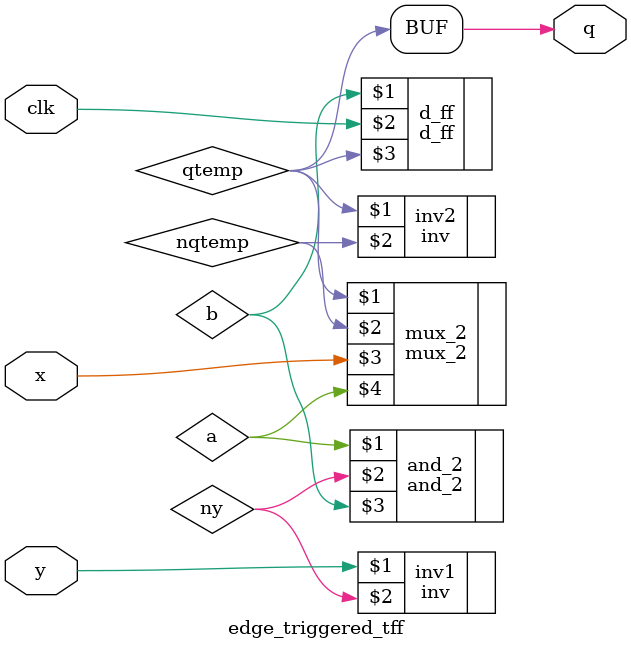
<source format=v>

module edge_triggered_tff
	
	(input x, y, clk, 
	 output q);
	 
	wire a, b, ny, nqtemp, qtemp;
	
	inv inv1(y, ny);
	inv inv2(qtemp, nqtemp);
	
	mux_2 mux_2(qtemp, nqtemp, x, a);
	
	and_2 and_2(a, ny, b);
	
	d_ff d_ff(b, clk, qtemp);

	
	assign q = qtemp; 

endmodule
</source>
